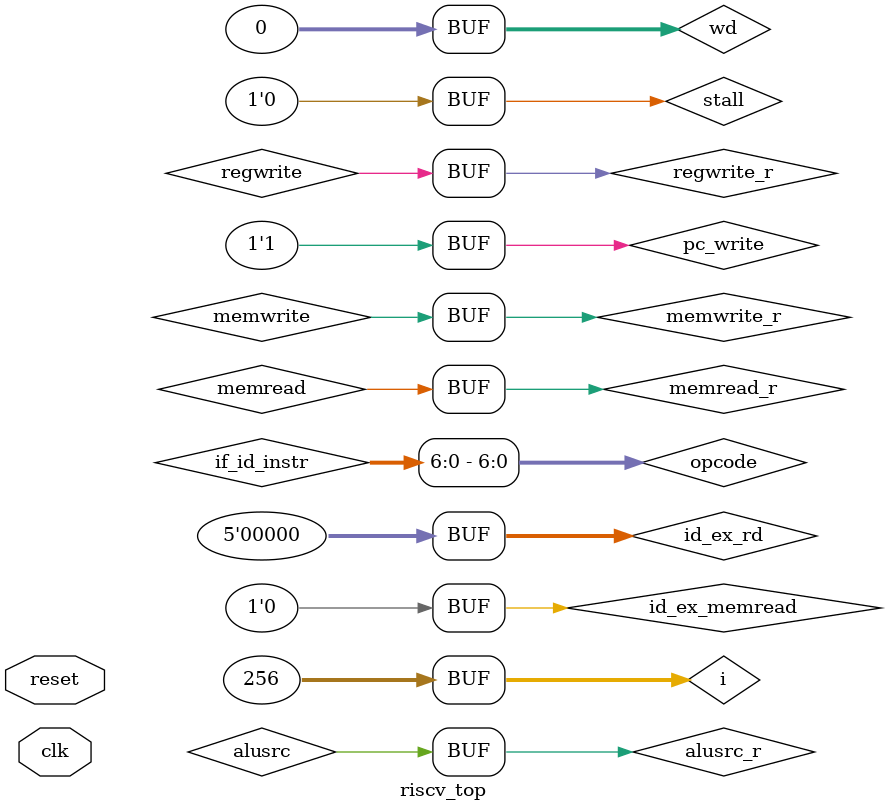
<source format=v>
`timescale 1ns / 1ps
module riscv_top (
    input clk,
    input reset
);

assign stall = 1'b0;

// ======================
// PROGRAM COUNTER (PC)
// ======================
reg  [31:0] pc;
wire [31:0] pc_next;
wire        pc_write;
wire        stall;

assign stall    = 1'b0;     
assign pc_next  = pc + 4;

assign pc_write = ~stall;
always @(posedge clk) begin
    if (reset)
        pc <= 32'b0;
    else if (pc_write)
        pc <= pc_next;
end

 

// ================================
// INSTRUCTION MEMORY
// ================================

reg [31:0] instr_mem [0:255];
reg [31:0] instr;   // MAKE IT reg, not wire

integer i;

initial begin
    // initialize whole memory (IMPORTANT)
    for (i = 0; i < 256; i = i + 1)
        instr_mem[i] = 32'h00000013; // NOP

    // program
    instr_mem[0] = 32'h00000013; // NOP
    instr_mem[1] = 32'h00000013; // NOP
end

always @(*) begin
    if (reset)
        instr = 32'h00000013;   // NOP during reset
    else
        instr = instr_mem[pc >> 2]; // 🔥 THIS IS THE KEY
end



    // ======================
    // IF / ID PIPELINE REGISTER
    // ======================
    reg [31:0] if_id_instr;

    always @(posedge clk) begin
        if (reset)
            if_id_instr <= 32'b0;
        else if (~stall)
            if_id_instr <= instr;
    end


    // ======================
    // CONTROL UNIT
    // ======================
    wire regwrite, memread, memwrite, alusrc;
    wire [6:0] opcode;

    assign opcode = if_id_instr[6:0];

    reg regwrite_r, memread_r, memwrite_r, alusrc_r;

    always @(*) begin
        regwrite_r = 0;
        memread_r  = 0;
        memwrite_r = 0;
        alusrc_r   = 0;

        case (opcode)
            7'b0110011: regwrite_r = 1;   // R-type
            7'b0000011: begin             // LW
                regwrite_r = 1;
                memread_r  = 1;
                alusrc_r   = 1;
            end
            7'b0100011: begin             // SW
                memwrite_r = 1;
                alusrc_r   = 1;
            end
        endcase
    end

    assign regwrite = regwrite_r;
    assign memread  = memread_r;
    assign memwrite = memwrite_r;
    assign alusrc   = alusrc_r;


    // ======================
    // REGISTER FILE
    // ======================
    wire [31:0] rs1_data, rs2_data;
    wire [31:0] wd;

    assign wd = 32'b0;   // writeback skipped for now

    regfile RF (
        .clk(clk),
        .reset(reset),
        .we(regwrite),
        .rs1(if_id_instr[19:15]),
        .rs2(if_id_instr[24:20]),
        .rd (if_id_instr[11:7]),
        .wd (wd),
        .rd1(rs1_data),
        .rd2(rs2_data)
    );


    // ======================
    // ID / EX PIPELINE REG
    // ======================
    reg [31:0] id_ex_rs1, id_ex_rs2;

    always @(posedge clk) begin
        id_ex_rs1 <= rs1_data;
        id_ex_rs2 <= rs2_data;
    end


    // ======================
    // ALU
    // ======================
    wire [31:0] alu_out;

    alu ALU (
        .a(id_ex_rs1),
        .b(id_ex_rs2),
        .y(alu_out)
    );


    // ======================
    // DATA MEMORY
    // ======================
    reg [31:0] data_mem [0:255];
    reg [31:0] mem_data;

    always @(posedge clk) begin
        if (memwrite)
            data_mem[alu_out[9:2]] <= id_ex_rs2;
    end

    always @(*) begin
        if (memread)
            mem_data = data_mem[alu_out[9:2]];
        else
            mem_data = 32'b0;
    end


    // ======================
    // HAZARD UNIT (DUMMY SAFE)
    // ======================
    wire id_ex_memread;
    wire [4:0] id_ex_rd;

    assign id_ex_memread = 1'b0;
    assign id_ex_rd      = 5'd0;

    hazard_unit HU (
        .id_ex_memread(id_ex_memread),
        .id_ex_rd(id_ex_rd),
        .if_id_rs1(if_id_instr[19:15]),
        .if_id_rs2(if_id_instr[24:20]),
        .stall(stall)
    );

endmodule

</source>
